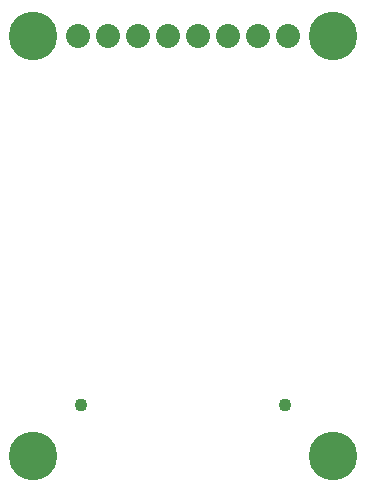
<source format=gbr>
G04 EAGLE Gerber RS-274X export*
G75*
%MOMM*%
%FSLAX34Y34*%
%LPD*%
%INSoldermask Bottom*%
%IPPOS*%
%AMOC8*
5,1,8,0,0,1.08239X$1,22.5*%
G01*
%ADD10C,4.117600*%
%ADD11C,2.032000*%
%ADD12C,1.101600*%


D10*
X25400Y330200D03*
X279400Y330200D03*
X25400Y-25400D03*
X279400Y-25400D03*
D11*
X241300Y330200D03*
X215900Y330200D03*
X190500Y330200D03*
X165100Y330200D03*
X139700Y330200D03*
X114300Y330200D03*
X88900Y330200D03*
X63500Y330200D03*
D12*
X238900Y17400D03*
X65900Y17400D03*
M02*

</source>
